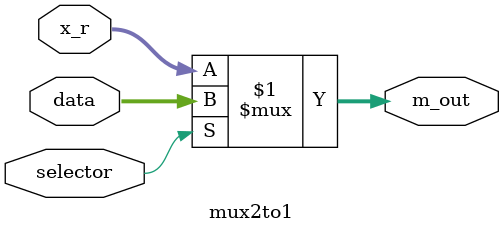
<source format=sv>
`timescale 1ns/1ns
module mux2to1(input [9:0] x_r, data, input selector, output [9:0] m_out);
	assign m_out = selector ? data : x_r;
endmodule

</source>
